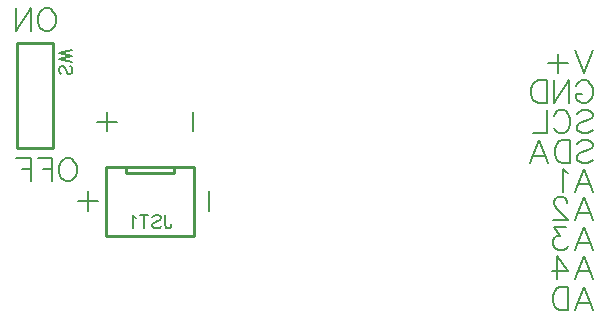
<source format=gbo>
G04 Layer: BottomSilkscreenLayer*
G04 EasyEDA v6.4.29, 2022-01-17 15:18:18*
G04 f717e2ddec04441081c87138b9a9d0f6,57a4a698a74a44ef878f5d1479004e60,10*
G04 Gerber Generator version 0.2*
G04 Scale: 100 percent, Rotated: No, Reflected: No *
G04 Dimensions in inches *
G04 leading zeros omitted , absolute positions ,3 integer and 6 decimal *
%FSLAX36Y36*%
%MOIN*%

%ADD10C,0.0100*%
%ADD16C,0.0080*%
%ADD18C,0.0060*%

%LPD*%
D16*
X689600Y399996D02*
G01*
X689600Y465497D01*
X158200Y1075700D02*
G01*
X165500Y1072100D01*
X172699Y1064800D01*
X176399Y1057500D01*
X180000Y1046599D01*
X180000Y1028499D01*
X176399Y1017500D01*
X172699Y1010300D01*
X165500Y1003000D01*
X158200Y999400D01*
X143600Y999400D01*
X136399Y1003000D01*
X129099Y1010300D01*
X125500Y1017500D01*
X121799Y1028499D01*
X121799Y1046599D01*
X125500Y1057500D01*
X129099Y1064800D01*
X136399Y1072100D01*
X143600Y1075700D01*
X158200Y1075700D01*
X97800Y1075700D02*
G01*
X97800Y999400D01*
X97800Y1075700D02*
G01*
X46900Y999400D01*
X46900Y1075700D02*
G01*
X46900Y999400D01*
X228200Y575700D02*
G01*
X235500Y572100D01*
X242699Y564800D01*
X246399Y557500D01*
X250000Y546599D01*
X250000Y528499D01*
X246399Y517500D01*
X242699Y510300D01*
X235500Y503000D01*
X228200Y499400D01*
X213600Y499400D01*
X206399Y503000D01*
X199099Y510300D01*
X195500Y517500D01*
X191799Y528499D01*
X191799Y546599D01*
X195500Y557500D01*
X199099Y564800D01*
X206399Y572100D01*
X213600Y575700D01*
X228200Y575700D01*
X167800Y575700D02*
G01*
X167800Y499400D01*
X167800Y575700D02*
G01*
X120500Y575700D01*
X167800Y539400D02*
G01*
X138699Y539400D01*
X96500Y575700D02*
G01*
X96500Y499400D01*
X96500Y575700D02*
G01*
X49299Y575700D01*
X96500Y539400D02*
G01*
X67500Y539400D01*
X319800Y432696D02*
G01*
X254400Y432696D01*
X287100Y399996D02*
G01*
X287100Y465497D01*
X384800Y697696D02*
G01*
X319400Y697696D01*
X352100Y664996D02*
G01*
X352100Y730497D01*
X637100Y664996D02*
G01*
X637100Y730497D01*
X1970000Y935727D02*
G01*
X1940909Y859364D01*
X1911818Y935727D02*
G01*
X1940909Y859364D01*
X1855091Y924818D02*
G01*
X1855091Y859364D01*
X1887817Y892091D02*
G01*
X1822363Y892091D01*
X1915455Y817545D02*
G01*
X1919090Y824818D01*
X1926364Y832091D01*
X1933635Y835727D01*
X1948181Y835727D01*
X1955455Y832091D01*
X1962727Y824818D01*
X1966364Y817545D01*
X1970000Y806635D01*
X1970000Y788454D01*
X1966364Y777545D01*
X1962727Y770273D01*
X1955455Y763000D01*
X1948181Y759364D01*
X1933635Y759364D01*
X1926364Y763000D01*
X1919090Y770273D01*
X1915455Y777545D01*
X1915455Y788454D01*
X1933635Y788454D02*
G01*
X1915455Y788454D01*
X1891454Y835727D02*
G01*
X1891454Y759364D01*
X1891454Y835727D02*
G01*
X1840545Y759364D01*
X1840545Y835727D02*
G01*
X1840545Y759364D01*
X1816544Y835727D02*
G01*
X1816544Y759364D01*
X1816544Y835727D02*
G01*
X1791090Y835727D01*
X1780182Y832091D01*
X1772908Y824818D01*
X1769273Y817545D01*
X1765636Y806635D01*
X1765636Y788454D01*
X1769273Y777545D01*
X1772908Y770273D01*
X1780182Y763000D01*
X1791090Y759364D01*
X1816544Y759364D01*
X1919090Y724818D02*
G01*
X1926364Y732091D01*
X1937272Y735727D01*
X1951818Y735727D01*
X1962727Y732091D01*
X1970000Y724818D01*
X1970000Y717545D01*
X1966364Y710273D01*
X1962727Y706635D01*
X1955455Y703000D01*
X1933635Y695727D01*
X1926364Y692091D01*
X1922727Y688454D01*
X1919090Y681181D01*
X1919090Y670273D01*
X1926364Y663000D01*
X1937272Y659364D01*
X1951818Y659364D01*
X1962727Y663000D01*
X1970000Y670273D01*
X1840545Y717545D02*
G01*
X1844182Y724818D01*
X1851454Y732091D01*
X1858726Y735727D01*
X1873272Y735727D01*
X1880545Y732091D01*
X1887817Y724818D01*
X1891454Y717545D01*
X1895091Y706635D01*
X1895091Y688454D01*
X1891454Y677545D01*
X1887817Y670273D01*
X1880545Y663000D01*
X1873272Y659364D01*
X1858726Y659364D01*
X1851454Y663000D01*
X1844182Y670273D01*
X1840545Y677545D01*
X1816544Y735727D02*
G01*
X1816544Y659364D01*
X1816544Y659364D02*
G01*
X1772908Y659364D01*
X1919090Y624818D02*
G01*
X1926364Y632091D01*
X1937272Y635727D01*
X1951818Y635727D01*
X1962727Y632091D01*
X1970000Y624818D01*
X1970000Y617545D01*
X1966364Y610273D01*
X1962727Y606635D01*
X1955455Y603000D01*
X1933635Y595727D01*
X1926364Y592091D01*
X1922727Y588454D01*
X1919090Y581181D01*
X1919090Y570273D01*
X1926364Y563000D01*
X1937272Y559364D01*
X1951818Y559364D01*
X1962727Y563000D01*
X1970000Y570273D01*
X1895091Y635727D02*
G01*
X1895091Y559364D01*
X1895091Y635727D02*
G01*
X1869636Y635727D01*
X1858726Y632091D01*
X1851454Y624818D01*
X1847817Y617545D01*
X1844182Y606635D01*
X1844182Y588454D01*
X1847817Y577545D01*
X1851454Y570273D01*
X1858726Y563000D01*
X1869636Y559364D01*
X1895091Y559364D01*
X1791090Y635727D02*
G01*
X1820182Y559364D01*
X1791090Y635727D02*
G01*
X1761999Y559364D01*
X1809273Y584818D02*
G01*
X1772908Y584818D01*
X1940909Y540727D02*
G01*
X1970000Y464364D01*
X1940909Y540727D02*
G01*
X1911818Y464364D01*
X1959090Y489818D02*
G01*
X1922727Y489818D01*
X1887817Y526181D02*
G01*
X1880545Y529818D01*
X1869636Y540727D01*
X1869636Y464364D01*
X1940909Y445727D02*
G01*
X1970000Y369364D01*
X1940909Y445727D02*
G01*
X1911818Y369364D01*
X1959090Y394818D02*
G01*
X1922727Y394818D01*
X1884182Y427545D02*
G01*
X1884182Y431181D01*
X1880545Y438454D01*
X1876908Y442091D01*
X1869636Y445727D01*
X1855091Y445727D01*
X1847817Y442091D01*
X1844182Y438454D01*
X1840545Y431181D01*
X1840545Y423908D01*
X1844182Y416635D01*
X1851454Y405727D01*
X1887817Y369364D01*
X1836908Y369364D01*
X1940909Y345727D02*
G01*
X1970000Y269364D01*
X1940909Y345727D02*
G01*
X1911818Y269364D01*
X1959090Y294818D02*
G01*
X1922727Y294818D01*
X1880545Y345727D02*
G01*
X1840545Y345727D01*
X1862363Y316635D01*
X1851454Y316635D01*
X1844182Y313000D01*
X1840545Y309364D01*
X1836908Y298454D01*
X1836908Y291181D01*
X1840545Y280273D01*
X1847817Y273000D01*
X1858726Y269364D01*
X1869636Y269364D01*
X1880545Y273000D01*
X1884182Y276635D01*
X1887817Y283908D01*
X1940910Y250727D02*
G01*
X1970001Y174364D01*
X1940910Y250727D02*
G01*
X1911818Y174364D01*
X1959092Y199818D02*
G01*
X1922727Y199818D01*
X1851455Y250727D02*
G01*
X1887818Y199818D01*
X1833274Y199818D01*
X1851455Y250727D02*
G01*
X1851455Y174364D01*
X1940909Y145727D02*
G01*
X1970000Y69364D01*
X1940909Y145727D02*
G01*
X1911818Y69364D01*
X1959090Y94818D02*
G01*
X1922727Y94818D01*
X1887817Y145727D02*
G01*
X1887817Y69364D01*
X1887817Y145727D02*
G01*
X1862362Y145727D01*
X1851454Y142091D01*
X1844182Y134818D01*
X1840545Y127545D01*
X1836908Y116635D01*
X1836908Y98454D01*
X1840545Y87545D01*
X1844182Y80273D01*
X1851454Y73000D01*
X1862362Y69364D01*
X1887817Y69364D01*
D18*
X544504Y385399D02*
G01*
X544504Y352699D01*
X546604Y346500D01*
X548604Y344499D01*
X552703Y342500D01*
X556804Y342500D01*
X560904Y344499D01*
X563004Y346500D01*
X565003Y352699D01*
X565003Y356799D01*
X502404Y379299D02*
G01*
X506503Y383400D01*
X512604Y385399D01*
X520803Y385399D01*
X527004Y383400D01*
X531003Y379299D01*
X531003Y375199D01*
X529003Y371100D01*
X527004Y369000D01*
X522903Y366999D01*
X510603Y362899D01*
X506503Y360900D01*
X504504Y358800D01*
X502404Y354699D01*
X502404Y348600D01*
X506503Y344499D01*
X512604Y342500D01*
X520803Y342500D01*
X527004Y344499D01*
X531003Y348600D01*
X474603Y385399D02*
G01*
X474603Y342500D01*
X488904Y385399D02*
G01*
X460304Y385399D01*
X446804Y377199D02*
G01*
X442703Y379299D01*
X436503Y385399D01*
X436503Y342500D01*
X229299Y883602D02*
G01*
X233400Y879502D01*
X235399Y873402D01*
X235399Y865203D01*
X233400Y859103D01*
X229299Y855003D01*
X225199Y855003D01*
X221100Y857002D01*
X219000Y859103D01*
X216999Y863202D01*
X212899Y875502D01*
X210900Y879502D01*
X208800Y881603D01*
X204699Y883602D01*
X198600Y883602D01*
X194499Y879502D01*
X192500Y873402D01*
X192500Y865203D01*
X194499Y859103D01*
X198600Y855003D01*
X235399Y897103D02*
G01*
X192500Y907402D01*
X235399Y917602D02*
G01*
X192500Y907402D01*
X235399Y917602D02*
G01*
X192500Y927802D01*
X235399Y938002D02*
G01*
X192500Y927802D01*
D10*
X642640Y318270D02*
G01*
X642640Y546619D01*
X347359Y546619D01*
X347359Y318270D01*
X642640Y318270D01*
X573739Y526930D02*
G01*
X573739Y546619D01*
X416260Y546619D01*
X416260Y526930D01*
X573739Y526930D01*
X50000Y961350D02*
G01*
X170000Y961350D01*
X170000Y961350D02*
G01*
X170000Y611350D01*
X170000Y611350D02*
G01*
X50000Y611350D01*
X50000Y611350D02*
G01*
X50000Y961350D01*
M02*

</source>
